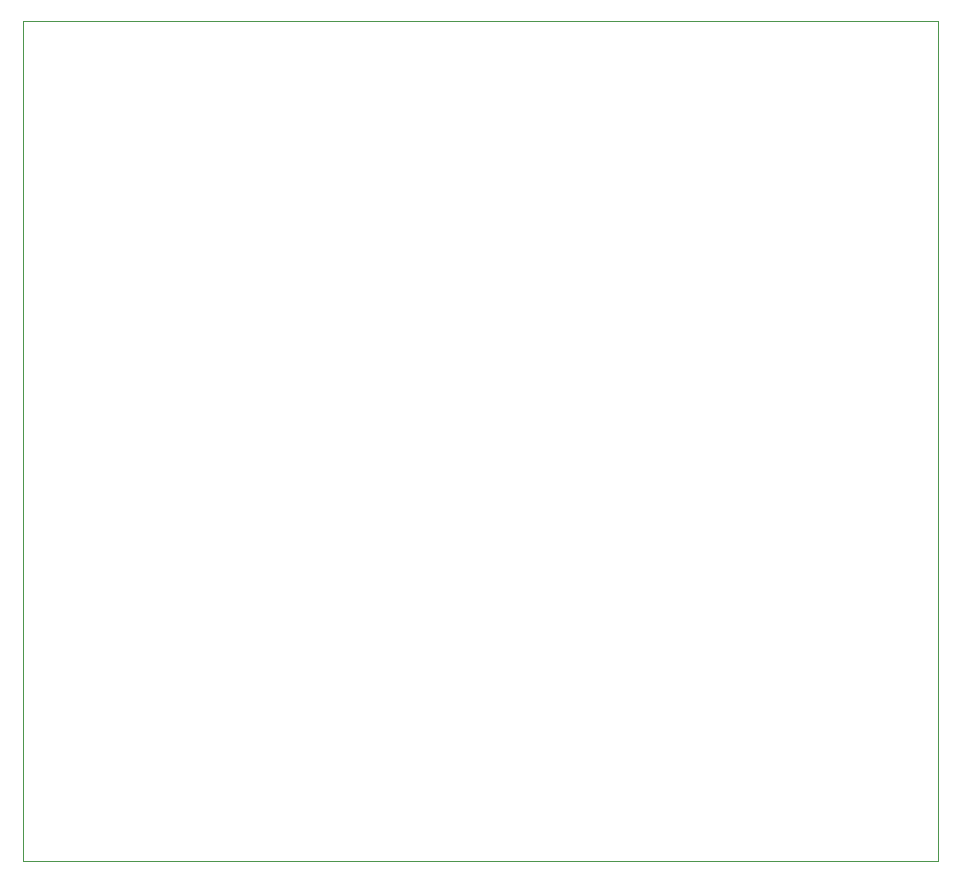
<source format=gm1>
G04 #@! TF.GenerationSoftware,KiCad,Pcbnew,(6.0.0-rc1-dev-441-gb1e5549)*
G04 #@! TF.CreationDate,2018-09-12T02:05:33+03:00*
G04 #@! TF.ProjectId,APC,4150432E6B696361645F706362000000,rev?*
G04 #@! TF.SameCoordinates,Original*
G04 #@! TF.FileFunction,Profile,NP*
%FSLAX46Y46*%
G04 Gerber Fmt 4.6, Leading zero omitted, Abs format (unit mm)*
G04 Created by KiCad (PCBNEW (6.0.0-rc1-dev-441-gb1e5549)) date 2018 September 12, Wednesday 02:05:33*
%MOMM*%
%LPD*%
G01*
G04 APERTURE LIST*
%ADD10C,0.050000*%
G04 APERTURE END LIST*
D10*
X134620000Y-53340000D02*
X99060000Y-53340000D01*
X134620000Y-124460000D02*
X134620000Y-53340000D01*
X57150000Y-124460000D02*
X134620000Y-124460000D01*
X57150000Y-105410000D02*
X57150000Y-124460000D01*
X57150000Y-53340000D02*
X99060000Y-53340000D01*
X57150000Y-105410000D02*
X57150000Y-53340000D01*
M02*

</source>
